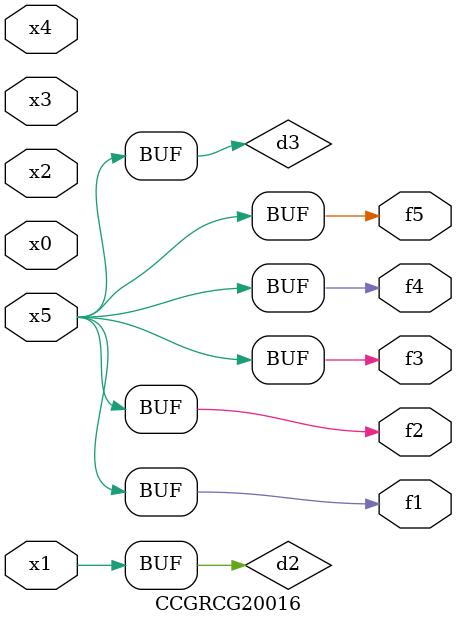
<source format=v>
module CCGRCG20016(
	input x0, x1, x2, x3, x4, x5,
	output f1, f2, f3, f4, f5
);

	wire d1, d2, d3;

	not (d1, x5);
	or (d2, x1);
	xnor (d3, d1);
	assign f1 = d3;
	assign f2 = d3;
	assign f3 = d3;
	assign f4 = d3;
	assign f5 = d3;
endmodule

</source>
